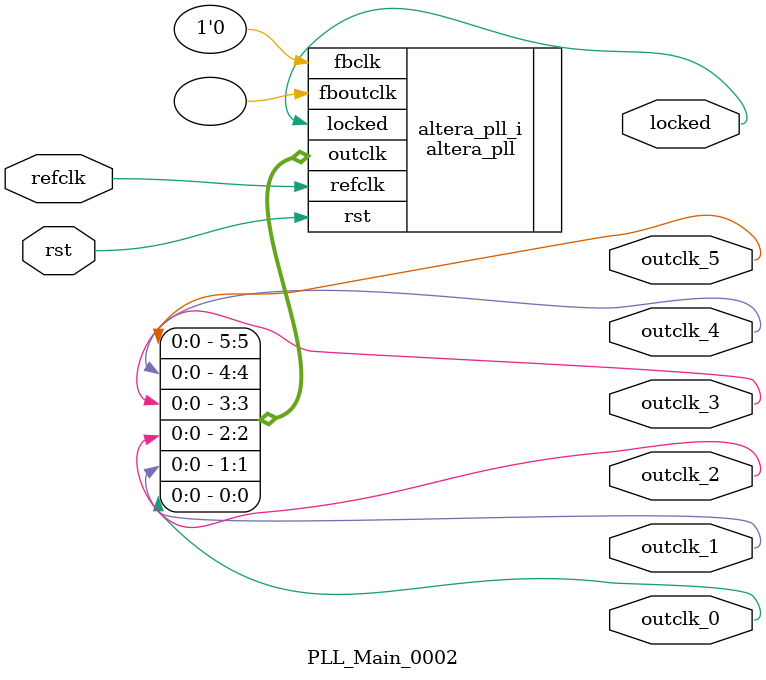
<source format=v>
`timescale 1ns/10ps
module  PLL_Main_0002(

	// interface 'refclk'
	input wire refclk,

	// interface 'reset'
	input wire rst,

	// interface 'outclk0'
	output wire outclk_0,

	// interface 'outclk1'
	output wire outclk_1,

	// interface 'outclk2'
	output wire outclk_2,

	// interface 'outclk3'
	output wire outclk_3,

	// interface 'outclk4'
	output wire outclk_4,

	// interface 'outclk5'
	output wire outclk_5,

	// interface 'locked'
	output wire locked
);

	altera_pll #(
		.fractional_vco_multiplier("true"),
		.reference_clock_frequency("50.0 MHz"),
		.operation_mode("direct"),
		.number_of_clocks(6),
		.output_clock_frequency0("25.000000 MHz"),
		.phase_shift0("0 ps"),
		.duty_cycle0(50),
		.output_clock_frequency1("100.000000 MHz"),
		.phase_shift1("0 ps"),
		.duty_cycle1(50),
		.output_clock_frequency2("150.000000 MHz"),
		.phase_shift2("0 ps"),
		.duty_cycle2(50),
		.output_clock_frequency3("200.000000 MHz"),
		.phase_shift3("0 ps"),
		.duty_cycle3(50),
		.output_clock_frequency4("17.910447 MHz"),
		.phase_shift4("0 ps"),
		.duty_cycle4(50),
		.output_clock_frequency5("27.272727 MHz"),
		.phase_shift5("0 ps"),
		.duty_cycle5(50),
		.output_clock_frequency6("0 MHz"),
		.phase_shift6("0 ps"),
		.duty_cycle6(50),
		.output_clock_frequency7("0 MHz"),
		.phase_shift7("0 ps"),
		.duty_cycle7(50),
		.output_clock_frequency8("0 MHz"),
		.phase_shift8("0 ps"),
		.duty_cycle8(50),
		.output_clock_frequency9("0 MHz"),
		.phase_shift9("0 ps"),
		.duty_cycle9(50),
		.output_clock_frequency10("0 MHz"),
		.phase_shift10("0 ps"),
		.duty_cycle10(50),
		.output_clock_frequency11("0 MHz"),
		.phase_shift11("0 ps"),
		.duty_cycle11(50),
		.output_clock_frequency12("0 MHz"),
		.phase_shift12("0 ps"),
		.duty_cycle12(50),
		.output_clock_frequency13("0 MHz"),
		.phase_shift13("0 ps"),
		.duty_cycle13(50),
		.output_clock_frequency14("0 MHz"),
		.phase_shift14("0 ps"),
		.duty_cycle14(50),
		.output_clock_frequency15("0 MHz"),
		.phase_shift15("0 ps"),
		.duty_cycle15(50),
		.output_clock_frequency16("0 MHz"),
		.phase_shift16("0 ps"),
		.duty_cycle16(50),
		.output_clock_frequency17("0 MHz"),
		.phase_shift17("0 ps"),
		.duty_cycle17(50),
		.pll_type("General"),
		.pll_subtype("General")
	) altera_pll_i (
		.rst	(rst),
		.outclk	({outclk_5, outclk_4, outclk_3, outclk_2, outclk_1, outclk_0}),
		.locked	(locked),
		.fboutclk	( ),
		.fbclk	(1'b0),
		.refclk	(refclk)
	);
endmodule


</source>
